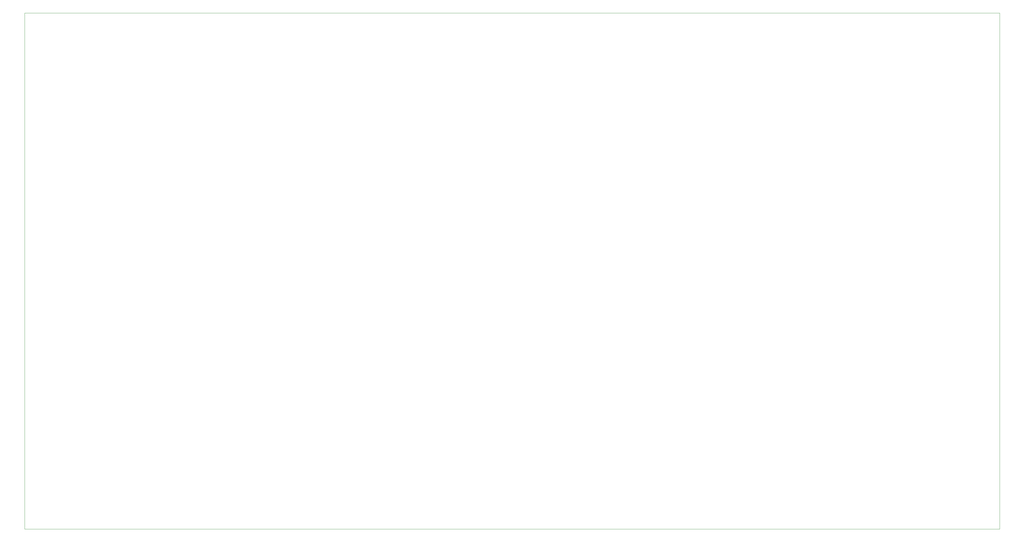
<source format=gbr>
%TF.GenerationSoftware,KiCad,Pcbnew,7.0.10*%
%TF.CreationDate,2025-05-20T06:51:38+01:00*%
%TF.ProjectId,BeanBoard,4265616e-426f-4617-9264-2e6b69636164,rev?*%
%TF.SameCoordinates,Original*%
%TF.FileFunction,Profile,NP*%
%FSLAX46Y46*%
G04 Gerber Fmt 4.6, Leading zero omitted, Abs format (unit mm)*
G04 Created by KiCad (PCBNEW 7.0.10) date 2025-05-20 06:51:38*
%MOMM*%
%LPD*%
G01*
G04 APERTURE LIST*
%TA.AperFunction,Profile*%
%ADD10C,0.100000*%
%TD*%
G04 APERTURE END LIST*
D10*
X57658000Y-58928000D02*
X362712000Y-58928000D01*
X362712000Y-220472000D01*
X57658000Y-220472000D01*
X57658000Y-58928000D01*
M02*

</source>
